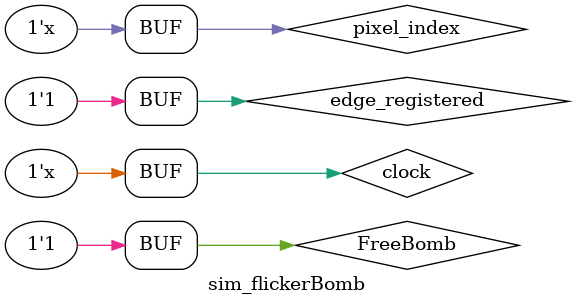
<source format=v>
`timescale 1ns / 1ps


module sim_flickerBomb(

    );
    
    reg clock;
    reg pixel_index;
    reg FreeBomb = 1;
    reg edge_registered = 1;
    reg startFlicker;
    wire stopFlicker;
    wire bombs;
    wire bombPixelData;
    wire isRed;
    
    flickerBomb flickerBomb(.clock(clock), .start(startFlicker),
                   .bombCounter(32'd31250000),
                   .isRed(isRed), .stop(stopFlicker)
                   );
                  
    initial begin
        clock = 0;
        pixel_index = 0;
    end
    
    always begin
        #5 clock <= ~clock;
        #5 pixel_index = pixel_index == 6143 ? 0 : pixel_index + 1;
    end
endmodule

</source>
